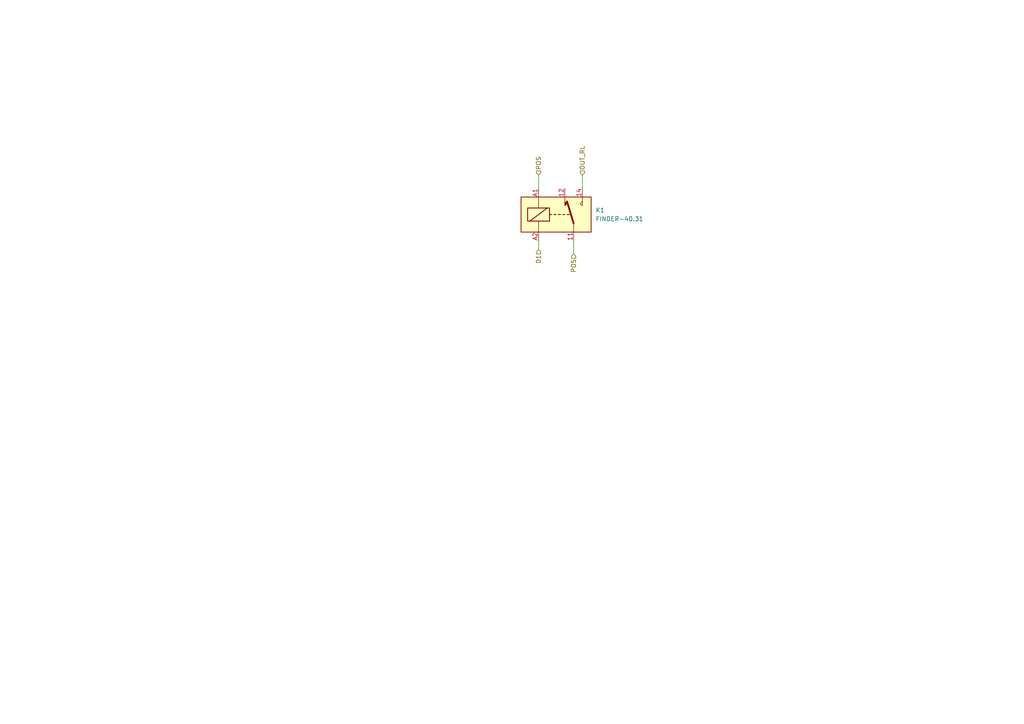
<source format=kicad_sch>
(kicad_sch (version 20230121) (generator eeschema)
  (paper "A4")
  (lib_symbols
    (symbol "Relay:FINDER-40.31"
      (property "Reference" "K" (at 11.43 3.81 0))
      (property "Value" "FINDER-40.31" (at 11.43 1.27 0))
      (symbol "FINDER-40.31_0_0"
        (polyline (pts (xy 7.62 5.08) (xy 7.62 2.54) (xy 6.985 3.175) (xy 7.62 3.81)))
      )
      (symbol "FINDER-40.31_0_1"
        (rectangle (start -10.16 5.08) (end 10.16 -5.08) (stroke (width 0.254)) (fill (type background)))
        (rectangle (start -8.255 1.905) (end -1.905 -1.905) (stroke (width 0.254)))
        (polyline (pts (xy -7.62 -1.905) (xy -2.54 1.905)) (stroke (width 0.254)))
        (polyline (pts (xy -5.08 -5.08) (xy -5.08 -1.905)))
        (polyline (pts (xy -5.08 5.08) (xy -5.08 1.905)))
        (polyline (pts (xy -1.905 0) (xy -1.27 0)) (stroke (width 0.254)))
        (polyline (pts (xy -0.635 0) (xy 0 0)) (stroke (width 0.254)))
        (polyline (pts (xy 0.635 0) (xy 1.27 0)) (stroke (width 0.254)))
        (polyline (pts (xy 1.905 0) (xy 2.54 0)) (stroke (width 0.254)))
        (polyline (pts (xy 3.175 0) (xy 3.81 0)) (stroke (width 0.254)))
        (polyline (pts (xy 5.08 -2.54) (xy 3.175 3.81)) (stroke (width 0.508)))
        (polyline (pts (xy 5.08 -2.54) (xy 5.08 -5.08)))
        (polyline (pts (xy 2.54 5.08) (xy 2.54 2.54) (xy 3.175 3.175) (xy 2.54 3.81)) (fill (type outline)))
      )
      (symbol "FINDER-40.31_1_1"
        (pin passive line (at 5.08 -7.62 90) (length 2.54) (name "~") (number "11"))
        (pin passive line (at 2.54 7.62 270) (length 2.54) (name "~") (number "12"))
        (pin passive line (at 7.62 7.62 270) (length 2.54) (name "~") (number "14"))
        (pin passive line (at -5.08 7.62 270) (length 2.54) (name "~") (number "A1"))
        (pin passive line (at -5.08 -7.62 90) (length 2.54) (name "~") (number "A2"))
      )
    )
  )
  (wire (pts (xy 168.91 54.61) (xy 168.91 50.8)))
  (wire (pts (xy 166.37 69.85) (xy 166.37 73.66)))
  (wire (pts (xy 156.21 50.8) (xy 156.21 54.61)))
  (wire (pts (xy 156.21 69.85) (xy 156.21 72.39)))
  (hierarchical_label "D1" (shape input) (at 156.21 72.39 270))
  (hierarchical_label "POS" (shape input) (at 156.21 50.8 90))
  (hierarchical_label "POS" (shape input) (at 166.37 73.66 270))
  (hierarchical_label "OUT_RL" (shape input) (at 168.91 50.8 90))
  (symbol (lib_id "Relay:FINDER-40.31") (at 161.29 62.23 0) (unit 1)
    (property "Reference" "K1" (at 172.72 60.9599 0) (effects (justify left)))
    (property "Value" "FINDER-40.31" (at 172.72 63.4999 0) (effects (justify left)))
    (property "Footprint" "Relay_THT:Relay_SPDT_Finder_40.31" (effects hide))
    (property "Datasheet" "http://gfinder.findernet.com/assets/Series/353/S40EN.pdf" (effects hide))
  )
)
</source>
